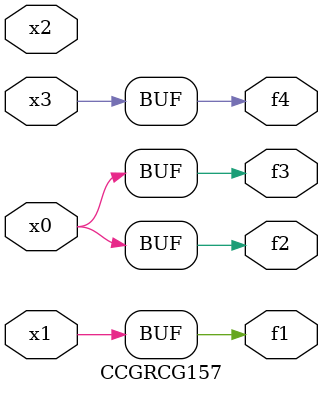
<source format=v>
module CCGRCG157(
	input x0, x1, x2, x3,
	output f1, f2, f3, f4
);
	assign f1 = x1;
	assign f2 = x0;
	assign f3 = x0;
	assign f4 = x3;
endmodule

</source>
